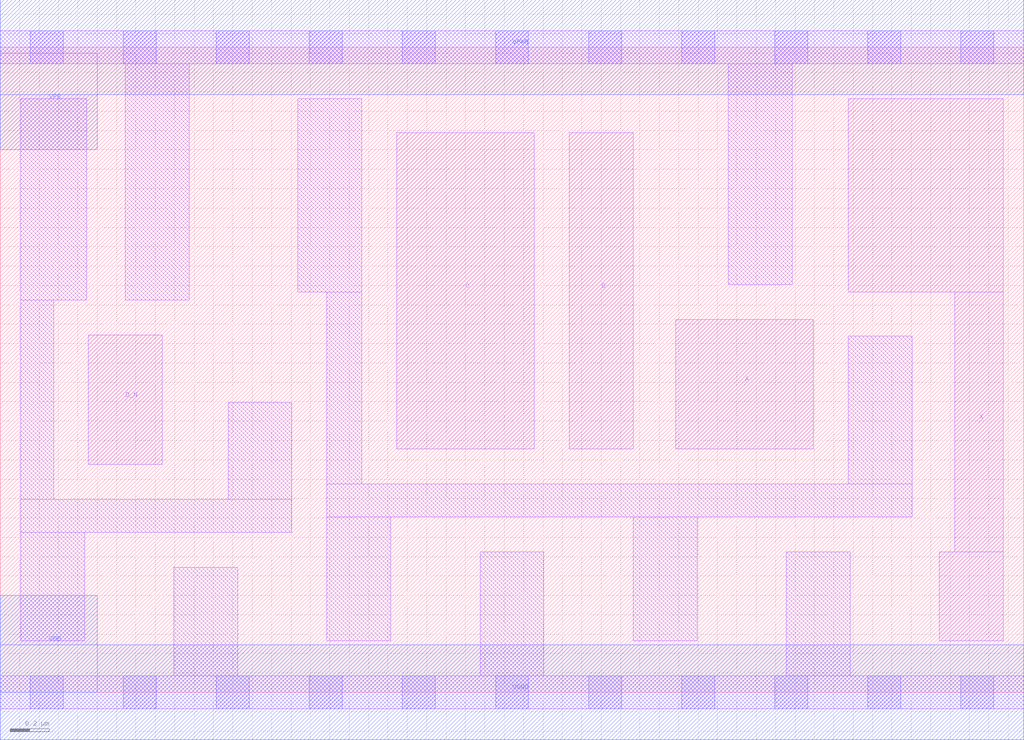
<source format=lef>
# Copyright 2020 The SkyWater PDK Authors
#
# Licensed under the Apache License, Version 2.0 (the "License");
# you may not use this file except in compliance with the License.
# You may obtain a copy of the License at
#
#     https://www.apache.org/licenses/LICENSE-2.0
#
# Unless required by applicable law or agreed to in writing, software
# distributed under the License is distributed on an "AS IS" BASIS,
# WITHOUT WARRANTIES OR CONDITIONS OF ANY KIND, either express or implied.
# See the License for the specific language governing permissions and
# limitations under the License.
#
# SPDX-License-Identifier: Apache-2.0

VERSION 5.5 ;
NAMESCASESENSITIVE ON ;
BUSBITCHARS "[]" ;
DIVIDERCHAR "/" ;
MACRO sky130_fd_sc_lp__or4b_lp
  CLASS CORE ;
  SOURCE USER ;
  ORIGIN  0.000000  0.000000 ;
  SIZE  5.280000 BY  3.330000 ;
  SYMMETRY X Y R90 ;
  SITE unit ;
  PIN A
    ANTENNAGATEAREA  0.376000 ;
    DIRECTION INPUT ;
    USE SIGNAL ;
    PORT
      LAYER li1 ;
        RECT 3.485000 1.255000 4.195000 1.925000 ;
    END
  END A
  PIN B
    ANTENNAGATEAREA  0.376000 ;
    DIRECTION INPUT ;
    USE SIGNAL ;
    PORT
      LAYER li1 ;
        RECT 2.935000 1.255000 3.265000 2.890000 ;
    END
  END B
  PIN C
    ANTENNAGATEAREA  0.376000 ;
    DIRECTION INPUT ;
    USE SIGNAL ;
    PORT
      LAYER li1 ;
        RECT 2.045000 1.255000 2.755000 2.890000 ;
    END
  END C
  PIN D_N
    ANTENNAGATEAREA  0.376000 ;
    DIRECTION INPUT ;
    USE SIGNAL ;
    PORT
      LAYER li1 ;
        RECT 0.455000 1.175000 0.835000 1.845000 ;
    END
  END D_N
  PIN X
    ANTENNADIFFAREA  0.400500 ;
    DIRECTION OUTPUT ;
    USE SIGNAL ;
    PORT
      LAYER li1 ;
        RECT 4.375000 2.065000 5.175000 3.065000 ;
        RECT 4.845000 0.265000 5.175000 0.725000 ;
        RECT 4.925000 0.725000 5.175000 2.065000 ;
    END
  END X
  PIN VGND
    DIRECTION INOUT ;
    USE GROUND ;
    PORT
      LAYER met1 ;
        RECT 0.000000 -0.245000 5.280000 0.245000 ;
    END
  END VGND
  PIN VNB
    DIRECTION INOUT ;
    USE GROUND ;
    PORT
      LAYER met1 ;
        RECT 0.000000 0.000000 0.500000 0.500000 ;
    END
  END VNB
  PIN VPB
    DIRECTION INOUT ;
    USE POWER ;
    PORT
      LAYER met1 ;
        RECT 0.000000 2.800000 0.500000 3.300000 ;
    END
  END VPB
  PIN VPWR
    DIRECTION INOUT ;
    USE POWER ;
    PORT
      LAYER met1 ;
        RECT 0.000000 3.085000 5.280000 3.575000 ;
    END
  END VPWR
  OBS
    LAYER li1 ;
      RECT 0.000000 -0.085000 5.280000 0.085000 ;
      RECT 0.000000  3.245000 5.280000 3.415000 ;
      RECT 0.105000  0.265000 0.435000 0.825000 ;
      RECT 0.105000  0.825000 1.505000 0.995000 ;
      RECT 0.105000  0.995000 0.275000 2.025000 ;
      RECT 0.105000  2.025000 0.445000 3.065000 ;
      RECT 0.645000  2.025000 0.975000 3.245000 ;
      RECT 0.895000  0.085000 1.225000 0.645000 ;
      RECT 1.175000  0.995000 1.505000 1.495000 ;
      RECT 1.535000  2.065000 1.865000 3.065000 ;
      RECT 1.685000  0.265000 2.015000 0.905000 ;
      RECT 1.685000  0.905000 4.705000 1.075000 ;
      RECT 1.685000  1.075000 1.865000 2.065000 ;
      RECT 2.475000  0.085000 2.805000 0.725000 ;
      RECT 3.265000  0.265000 3.595000 0.905000 ;
      RECT 3.755000  2.105000 4.085000 3.245000 ;
      RECT 4.055000  0.085000 4.385000 0.725000 ;
      RECT 4.375000  1.075000 4.705000 1.840000 ;
    LAYER mcon ;
      RECT 0.155000 -0.085000 0.325000 0.085000 ;
      RECT 0.155000  3.245000 0.325000 3.415000 ;
      RECT 0.635000 -0.085000 0.805000 0.085000 ;
      RECT 0.635000  3.245000 0.805000 3.415000 ;
      RECT 1.115000 -0.085000 1.285000 0.085000 ;
      RECT 1.115000  3.245000 1.285000 3.415000 ;
      RECT 1.595000 -0.085000 1.765000 0.085000 ;
      RECT 1.595000  3.245000 1.765000 3.415000 ;
      RECT 2.075000 -0.085000 2.245000 0.085000 ;
      RECT 2.075000  3.245000 2.245000 3.415000 ;
      RECT 2.555000 -0.085000 2.725000 0.085000 ;
      RECT 2.555000  3.245000 2.725000 3.415000 ;
      RECT 3.035000 -0.085000 3.205000 0.085000 ;
      RECT 3.035000  3.245000 3.205000 3.415000 ;
      RECT 3.515000 -0.085000 3.685000 0.085000 ;
      RECT 3.515000  3.245000 3.685000 3.415000 ;
      RECT 3.995000 -0.085000 4.165000 0.085000 ;
      RECT 3.995000  3.245000 4.165000 3.415000 ;
      RECT 4.475000 -0.085000 4.645000 0.085000 ;
      RECT 4.475000  3.245000 4.645000 3.415000 ;
      RECT 4.955000 -0.085000 5.125000 0.085000 ;
      RECT 4.955000  3.245000 5.125000 3.415000 ;
  END
END sky130_fd_sc_lp__or4b_lp

</source>
